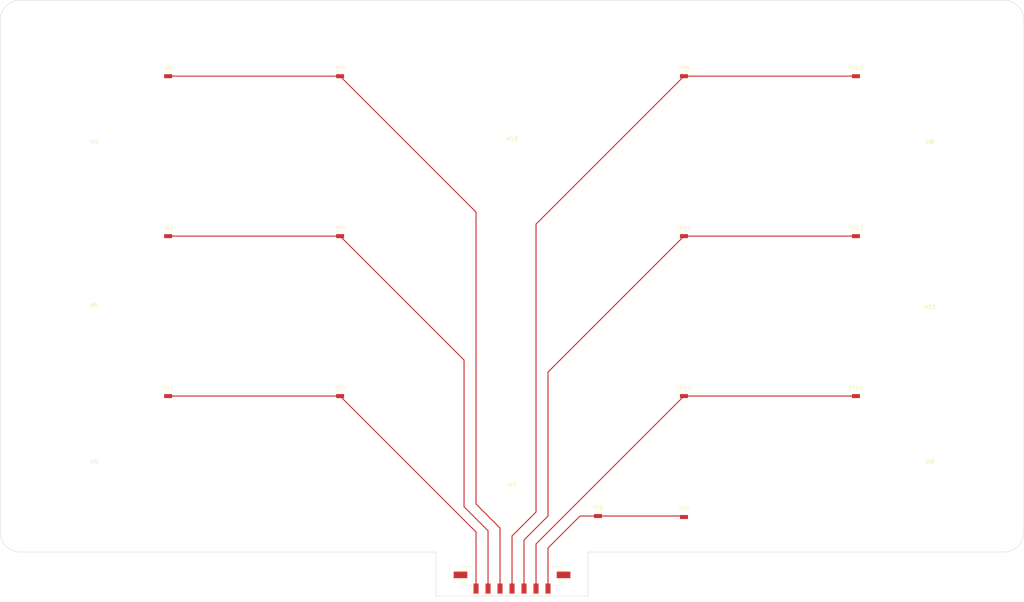
<source format=kicad_pcb>
(kicad_pcb (version 20221018) (generator pcbnew)
  (layers (0 "F.Cu" signal) (31 "B.Cu" signal) (34 "B.Paste" user) (35 "F.Paste" user) (36 "B.SilkS" user "B.Silkscreen") (37 "F.SilkS" user "F.Silkscreen") (38 "B.Mask" user) (39 "F.Mask" user) (44 "Edge.Cuts" user))
  (net 0 "")
  (net 1 "Net-(J1-Pin_1)")
  (net 2 "Net-(J1-Pin_2)")
  (net 3 "Net-(J1-Pin_3)")
  (net 4 "Net-(J1-Pin_4)")
  (net 5 "Net-(J1-Pin_5)")
  (net 6 "Net-(J1-Pin_6)")
  (net 7 "Net-(J1-Pin_7)")
  (footprint "MountingHole:MountingHole_3.2mm_M3_DIN965" (layer "F.Cu") (at 43.5 100)
    (fp_text reference "H6" (at 0 -3.8) (layer "F.SilkS"))
    (fp_text value "MountingHole")
    (pad "" np_thru_hole circle (at 0 0) (size 3.2 3.2) (drill 3.2) (layers "*.Cu" "*.Mask"))
  )
  (footprint "TestPoint:PAD_1x2mm" (layer "F.Cu") (at 191 79)
    (fp_text reference "TP11" (at 0 -2 unlocked) (layer "F.SilkS") (effects (font (thickness 0.1))))
    (fp_text value "TestPoint")
    (pad "1" smd rect (at 0 0 90) (size 1 2) (layers "F.Cu" "F.Paste" "F.Mask") (net 5 "Net-(J1-Pin_5)"))
  )
  (footprint "TestPoint:PAD_1x2mm" (layer "F.Cu") (at 105 79)
    (fp_text reference "TP4" (at 0 -2 unlocked) (layer "F.SilkS") (effects (font (thickness 0.1))))
    (fp_text value "TestPoint")
    (pad "1" smd rect (at 0 0 90) (size 1 2) (layers "F.Cu" "F.Paste" "F.Mask") (net 2 "Net-(J1-Pin_2)"))
  )
  (footprint "MountingHole:MountingHole_3.2mm_M3_DIN965" (layer "F.Cu") (at 252.5 139.25)
    (fp_text reference "H9" (at 0 -3.8) (layer "F.SilkS"))
    (fp_text value "MountingHole")
    (pad "" np_thru_hole circle (at 0 0) (size 3.2 3.2) (drill 3.2) (layers "*.Cu" "*.Mask"))
  )
  (footprint "MountingHole:MountingHole_3.2mm_M3_DIN965" (layer "F.Cu") (at 148 58.5)
    (fp_text reference "H10" (at 0 -3.8) (layer "F.SilkS"))
    (fp_text value "MountingHole")
    (pad "" np_thru_hole circle (at 0 0) (size 3.2 3.2) (drill 3.2) (layers "*.Cu" "*.Mask"))
  )
  (footprint "MountingHole:MountingHole_3.2mm_M3_DIN965" (layer "F.Cu") (at 43.5 139.25)
    (fp_text reference "H5" (at 0 -3.8) (layer "F.SilkS"))
    (fp_text value "MountingHole")
    (pad "" np_thru_hole circle (at 0 0) (size 3.2 3.2) (drill 3.2) (layers "*.Cu" "*.Mask"))
  )
  (footprint "Connector_Molex:Molex_Micro-Fit_3.0_43650-0724_1x07-1MP_P3.00mm_Vertical" (layer "F.Cu") (at 148 164)
    (fp_text reference "J1" (at 0 -4) (layer "F.SilkS"))
    (fp_text value "Conn_01x07")
    (fp_line (start -12.435 -2.295) (end -11.015 -2.295) (stroke (width 0.12)) (layer "F.SilkS"))
    (fp_line (start -12.435 -1.37) (end -12.435 -2.295) (stroke (width 0.12)) (layer "F.SilkS"))
    (fp_line (start -12.435 0.8) (end -12.435 2.295) (stroke (width 0.12)) (layer "F.SilkS"))
    (fp_line (start -12.435 2.295) (end -9.895 2.295) (stroke (width 0.12)) (layer "F.SilkS"))
    (fp_line (start -11.015 -2.295) (end -11.015 -2.295) (stroke (width 0.12)) (layer "F.SilkS"))
    (fp_line (start -11.015 -2.295) (end -9.895 -2.295) (stroke (width 0.12)) (layer "F.SilkS"))
    (fp_line (start -9.895 2.295) (end -9.895 4.405) (stroke (width 0.12)) (layer "F.SilkS"))
    (fp_line (start 11.015 -2.295) (end 9.895 -2.295) (stroke (width 0.12)) (layer "F.SilkS"))
    (fp_line (start 11.015 -2.295) (end 11.015 -2.295) (stroke (width 0.12)) (layer "F.SilkS"))
    (fp_line (start 12.435 -2.295) (end 11.015 -2.295) (stroke (width 0.12)) (layer "F.SilkS"))
    (fp_line (start 12.435 -1.37) (end 12.435 -2.295) (stroke (width 0.12)) (layer "F.SilkS"))
    (fp_line (start 12.435 0.8) (end 12.435 2.295) (stroke (width 0.12)) (layer "F.SilkS"))
    (fp_line (start 12.435 2.295) (end 9.895 2.295) (stroke (width 0.12)) (layer "F.SilkS"))
    (pad "1" smd rect (at -9 3.135) (size 1.27 2.54) (layers "F.Cu" "F.Paste" "F.Mask") (net 1 "Net-(J1-Pin_1)"))
    (pad "2" smd rect (at -6 3.135) (size 1.27 2.54) (layers "F.Cu" "F.Paste" "F.Mask") (net 2 "Net-(J1-Pin_2)"))
    (pad "3" smd rect (at -3 3.135) (size 1.27 2.54) (layers "F.Cu" "F.Paste" "F.Mask") (net 3 "Net-(J1-Pin_3)"))
    (pad "4" smd rect (at 0 3.135) (size 1.27 2.54) (layers "F.Cu" "F.Paste" "F.Mask") (net 4 "Net-(J1-Pin_4)"))
    (pad "5" smd rect (at 3 3.135) (size 1.27 2.54) (layers "F.Cu" "F.Paste" "F.Mask") (net 5 "Net-(J1-Pin_5)"))
    (pad "6" smd rect (at 6 3.135) (size 1.27 2.54) (layers "F.Cu" "F.Paste" "F.Mask") (net 6 "Net-(J1-Pin_6)"))
    (pad "7" smd rect (at 9 3.135) (size 1.27 2.54) (layers "F.Cu" "F.Paste" "F.Mask") (net 7 "Net-(J1-Pin_7)"))
    (pad "MP" smd rect (at -12.885 -0.285) (size 3.43 1.65) (layers "F.Cu" "F.Paste" "F.Mask"))
    (pad "MP" smd rect (at 12.885 -0.285) (size 3.43 1.65) (layers "F.Cu" "F.Paste" "F.Mask"))
  )
  (footprint "TestPoint:PAD_1x2mm" (layer "F.Cu") (at 169.5 149)
    (fp_text reference "TP8" (at 0 -2 unlocked) (layer "F.SilkS") (effects (font (thickness 0.1))))
    (fp_text value "TestPoint")
    (pad "1" smd rect (at 0 0 90) (size 1 2) (layers "F.Cu" "F.Paste" "F.Mask") (net 7 "Net-(J1-Pin_7)"))
  )
  (footprint "TestPoint:PAD_1x2mm" (layer "F.Cu") (at 62 39)
    (fp_text reference "TP5" (at 0 -2 unlocked) (layer "F.SilkS") (effects (font (thickness 0.1))))
    (fp_text value "TestPoint")
    (pad "1" smd rect (at 0 0 90) (size 1 2) (layers "F.Cu" "F.Paste" "F.Mask") (net 3 "Net-(J1-Pin_3)"))
  )
  (footprint "MountingHole:MountingHole_3.2mm_M3_DIN965" (layer "F.Cu") (at 252.5 59.25)
    (fp_text reference "H8" (at 0 -3.8) (layer "F.SilkS"))
    (fp_text value "MountingHole")
    (pad "" np_thru_hole circle (at 0 0) (size 3.2 3.2) (drill 3.2) (layers "*.Cu" "*.Mask"))
  )
  (footprint "TestPoint:PAD_1x2mm" (layer "F.Cu") (at 234 39)
    (fp_text reference "TP10" (at 0 -2 unlocked) (layer "F.SilkS") (effects (font (thickness 0.1))))
    (fp_text value "TestPoint")
    (pad "1" smd rect (at 0 0 90) (size 1 2) (layers "F.Cu" "F.Paste" "F.Mask") (net 4 "Net-(J1-Pin_4)"))
  )
  (footprint "TestPoint:PAD_1x2mm" (layer "F.Cu") (at 62 79)
    (fp_text reference "TP3" (at 0 -2 unlocked) (layer "F.SilkS") (effects (font (thickness 0.1))))
    (fp_text value "TestPoint")
    (pad "1" smd rect (at 0 0 90) (size 1 2) (layers "F.Cu" "F.Paste" "F.Mask") (net 2 "Net-(J1-Pin_2)"))
  )
  (footprint "TestPoint:PAD_1x2mm" (layer "F.Cu") (at 234 119)
    (fp_text reference "TP14" (at 0 -2 unlocked) (layer "F.SilkS") (effects (font (thickness 0.1))))
    (fp_text value "TestPoint")
    (pad "1" smd rect (at 0 0 90) (size 1 2) (layers "F.Cu" "F.Paste" "F.Mask") (net 6 "Net-(J1-Pin_6)"))
  )
  (footprint "MountingHole:MountingHole_3.2mm_M3_DIN965" (layer "F.Cu") (at 148 145)
    (fp_text reference "H7" (at 0 -3.8) (layer "F.SilkS"))
    (fp_text value "MountingHole")
    (pad "" np_thru_hole circle (at 0 0) (size 3.2 3.2) (drill 3.2) (layers "*.Cu" "*.Mask"))
  )
  (footprint "TestPoint:PAD_1x2mm" (layer "F.Cu") (at 191 149.25)
    (fp_text reference "TP7" (at 0 -2 unlocked) (layer "F.SilkS") (effects (font (thickness 0.1))))
    (fp_text value "TestPoint")
    (pad "1" smd rect (at 0 0 90) (size 1 2) (layers "F.Cu" "F.Paste" "F.Mask") (net 7 "Net-(J1-Pin_7)"))
  )
  (footprint "MountingHole:MountingHole_3.2mm_M3_DIN965" (layer "F.Cu") (at 252.5 100.5)
    (fp_text reference "H12" (at 0 -3.8) (layer "F.SilkS"))
    (fp_text value "MountingHole")
    (pad "" np_thru_hole circle (at 0 0) (size 3.2 3.2) (drill 3.2) (layers "*.Cu" "*.Mask"))
  )
  (footprint "TestPoint:PAD_1x2mm" (layer "F.Cu") (at 62 119)
    (fp_text reference "TP1" (at 0 -2 unlocked) (layer "F.SilkS") (effects (font (thickness 0.1))))
    (fp_text value "TestPoint")
    (pad "1" smd rect (at 0 0 90) (size 1 2) (layers "F.Cu" "F.Paste" "F.Mask") (net 1 "Net-(J1-Pin_1)"))
  )
  (footprint "TestPoint:PAD_1x2mm" (layer "F.Cu") (at 234 79)
    (fp_text reference "TP12" (at 0 -2 unlocked) (layer "F.SilkS") (effects (font (thickness 0.1))))
    (fp_text value "TestPoint")
    (pad "1" smd rect (at 0 0 90) (size 1 2) (layers "F.Cu" "F.Paste" "F.Mask") (net 5 "Net-(J1-Pin_5)"))
  )
  (footprint "TestPoint:PAD_1x2mm" (layer "F.Cu") (at 191 119)
    (fp_text reference "TP13" (at 0 -2 unlocked) (layer "F.SilkS") (effects (font (thickness 0.1))))
    (fp_text value "TestPoint")
    (pad "1" smd rect (at 0 0 90) (size 1 2) (layers "F.Cu" "F.Paste" "F.Mask") (net 6 "Net-(J1-Pin_6)"))
  )
  (footprint "TestPoint:PAD_1x2mm" (layer "F.Cu") (at 105 119)
    (fp_text reference "TP2" (at 0 -2 unlocked) (layer "F.SilkS") (effects (font (thickness 0.1))))
    (fp_text value "TestPoint")
    (pad "1" smd rect (at 0 0 90) (size 1 2) (layers "F.Cu" "F.Paste" "F.Mask") (net 1 "Net-(J1-Pin_1)"))
  )
  (footprint "TestPoint:PAD_1x2mm" (layer "F.Cu") (at 105 39)
    (fp_text reference "TP6" (at 0 -2 unlocked) (layer "F.SilkS") (effects (font (thickness 0.1))))
    (fp_text value "TestPoint")
    (pad "1" smd rect (at 0 0 90) (size 1 2) (layers "F.Cu" "F.Paste" "F.Mask") (net 3 "Net-(J1-Pin_3)"))
  )
  (footprint "TestPoint:PAD_1x2mm" (layer "F.Cu") (at 191 39)
    (fp_text reference "TP9" (at 0 -2 unlocked) (layer "F.SilkS") (effects (font (thickness 0.1))))
    (fp_text value "TestPoint")
    (pad "1" smd rect (at 0 0 90) (size 1 2) (layers "F.Cu" "F.Paste" "F.Mask") (net 4 "Net-(J1-Pin_4)"))
  )
  (footprint "MountingHole:MountingHole_3.2mm_M3_DIN965" (layer "F.Cu") (at 43.5 59.25)
    (fp_text reference "H4" (at 0 -3.8) (layer "F.SilkS"))
    (fp_text value "MountingHole")
    (pad "" np_thru_hole circle (at 0 0) (size 3.2 3.2) (drill 3.2) (layers "*.Cu" "*.Mask"))
  )
  (gr_arc (start 20 25) (mid 21.464466 21.464466) (end 25 20) (stroke (width 0.1)) (layer "Edge.Cuts"))
  (gr_arc (start 25 158) (mid 21.464466 156.535534) (end 20 153) (stroke (width 0.1)) (layer "Edge.Cuts"))
  (gr_line (start 20 25) (end 20 153) (stroke (width 0.1)) (layer "Edge.Cuts"))
  (gr_line (start 129 169) (end 167 169) (stroke (width 0.1)) (layer "Edge.Cuts"))
  (gr_line (start 129 158) (end 25 158) (stroke (width 0.1)) (layer "Edge.Cuts"))
  (gr_line (start 167 158) (end 271 158) (stroke (width 0.1)) (layer "Edge.Cuts"))
  (gr_line (start 276 153) (end 276 25) (stroke (width 0.1)) (layer "Edge.Cuts"))
  (gr_line (start 167 169) (end 167 158) (stroke (width 0.1)) (layer "Edge.Cuts"))
  (gr_line (start 25 20) (end 271 20) (stroke (width 0.1)) (layer "Edge.Cuts"))
  (gr_arc (start 271 20) (mid 274.535534 21.464466) (end 276 25) (stroke (width 0.1)) (layer "Edge.Cuts"))
  (gr_line (start 129 158) (end 129 169) (stroke (width 0.1)) (layer "Edge.Cuts"))
  (gr_arc (start 276 153) (mid 274.535534 156.535534) (end 271 158) (stroke (width 0.1)) (layer "Edge.Cuts"))
  (segment (start 139 153) (end 105 119) (width 0.25) (layer "F.Cu") (net 1))
  (segment (start 105 119) (end 62 119) (width 0.25) (layer "F.Cu") (net 1))
  (segment (start 139 167.135) (end 139 153) (width 0.25) (layer "F.Cu") (net 1))
  (segment (start 136 110) (end 105 79) (width 0.25) (layer "F.Cu") (net 2))
  (segment (start 142 152.681802) (end 136 146.681802) (width 0.25) (layer "F.Cu") (net 2))
  (segment (start 62 79) (end 105 79) (width 0.25) (layer "F.Cu") (net 2))
  (segment (start 136 146.681802) (end 136 110) (width 0.25) (layer "F.Cu") (net 2))
  (segment (start 142 167.135) (end 142 152.681802) (width 0.25) (layer "F.Cu") (net 2))
  (segment (start 145 167.135) (end 145 152) (width 0.25) (layer "F.Cu") (net 3))
  (segment (start 139 73) (end 105 39) (width 0.25) (layer "F.Cu") (net 3))
  (segment (start 145 152) (end 139 146) (width 0.25) (layer "F.Cu") (net 3))
  (segment (start 139 146) (end 139 73) (width 0.25) (layer "F.Cu") (net 3))
  (segment (start 105 39) (end 62 39) (width 0.25) (layer "F.Cu") (net 3))
  (segment (start 191 39) (end 154 76) (width 0.25) (layer "F.Cu") (net 4))
  (segment (start 154 76) (end 154 148) (width 0.25) (layer "F.Cu") (net 4))
  (segment (start 234 39) (end 191 39) (width 0.25) (layer "F.Cu") (net 4))
  (segment (start 154 148) (end 148 154) (width 0.25) (layer "F.Cu") (net 4))
  (segment (start 148 154) (end 148 167.135) (width 0.25) (layer "F.Cu") (net 4))
  (segment (start 157 113) (end 157 149) (width 0.25) (layer "F.Cu") (net 5))
  (segment (start 234 79) (end 191 79) (width 0.25) (layer "F.Cu") (net 5))
  (segment (start 191 79) (end 157 113) (width 0.25) (layer "F.Cu") (net 5))
  (segment (start 157 149) (end 151 155) (width 0.25) (layer "F.Cu") (net 5))
  (segment (start 151 155) (end 151 167.135) (width 0.25) (layer "F.Cu") (net 5))
  (segment (start 191 119) (end 154 156) (width 0.25) (layer "F.Cu") (net 6))
  (segment (start 234 119) (end 191 119) (width 0.25) (layer "F.Cu") (net 6))
  (segment (start 154 156) (end 154 167.135) (width 0.25) (layer "F.Cu") (net 6))
  (segment (start 191 149) (end 169.5 149) (width 0.25) (layer "F.Cu") (net 7))
  (segment (start 165 149) (end 169.5 149) (width 0.25) (layer "F.Cu") (net 7))
  (segment (start 157 157) (end 165 149) (width 0.25) (layer "F.Cu") (net 7))
  (segment (start 157 167.135) (end 157 157) (width 0.25) (layer "F.Cu") (net 7))
)
</source>
